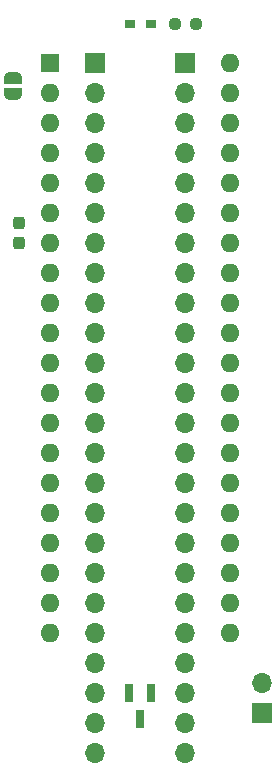
<source format=gbr>
G04 #@! TF.GenerationSoftware,KiCad,Pcbnew,8.0.4+dfsg-1*
G04 #@! TF.CreationDate,2025-02-23T14:36:14+09:00*
G04 #@! TF.ProjectId,bionic-mc6801,62696f6e-6963-42d6-9d63-363830312e6b,6*
G04 #@! TF.SameCoordinates,Original*
G04 #@! TF.FileFunction,Soldermask,Top*
G04 #@! TF.FilePolarity,Negative*
%FSLAX46Y46*%
G04 Gerber Fmt 4.6, Leading zero omitted, Abs format (unit mm)*
G04 Created by KiCad (PCBNEW 8.0.4+dfsg-1) date 2025-02-23 14:36:14*
%MOMM*%
%LPD*%
G01*
G04 APERTURE LIST*
G04 Aperture macros list*
%AMRoundRect*
0 Rectangle with rounded corners*
0 $1 Rounding radius*
0 $2 $3 $4 $5 $6 $7 $8 $9 X,Y pos of 4 corners*
0 Add a 4 corners polygon primitive as box body*
4,1,4,$2,$3,$4,$5,$6,$7,$8,$9,$2,$3,0*
0 Add four circle primitives for the rounded corners*
1,1,$1+$1,$2,$3*
1,1,$1+$1,$4,$5*
1,1,$1+$1,$6,$7*
1,1,$1+$1,$8,$9*
0 Add four rect primitives between the rounded corners*
20,1,$1+$1,$2,$3,$4,$5,0*
20,1,$1+$1,$4,$5,$6,$7,0*
20,1,$1+$1,$6,$7,$8,$9,0*
20,1,$1+$1,$8,$9,$2,$3,0*%
%AMFreePoly0*
4,1,19,0.500000,-0.750000,0.000000,-0.750000,0.000000,-0.744911,-0.071157,-0.744911,-0.207708,-0.704816,-0.327430,-0.627875,-0.420627,-0.520320,-0.479746,-0.390866,-0.500000,-0.250000,-0.500000,0.250000,-0.479746,0.390866,-0.420627,0.520320,-0.327430,0.627875,-0.207708,0.704816,-0.071157,0.744911,0.000000,0.744911,0.000000,0.750000,0.500000,0.750000,0.500000,-0.750000,0.500000,-0.750000,
$1*%
%AMFreePoly1*
4,1,19,0.000000,0.744911,0.071157,0.744911,0.207708,0.704816,0.327430,0.627875,0.420627,0.520320,0.479746,0.390866,0.500000,0.250000,0.500000,-0.250000,0.479746,-0.390866,0.420627,-0.520320,0.327430,-0.627875,0.207708,-0.704816,0.071157,-0.744911,0.000000,-0.744911,0.000000,-0.750000,-0.500000,-0.750000,-0.500000,0.750000,0.000000,0.750000,0.000000,0.744911,0.000000,0.744911,
$1*%
G04 Aperture macros list end*
%ADD10R,0.660400X1.625600*%
%ADD11R,1.600000X1.600000*%
%ADD12O,1.600000X1.600000*%
%ADD13FreePoly0,270.000000*%
%ADD14FreePoly1,270.000000*%
%ADD15O,1.700000X1.700000*%
%ADD16R,1.700000X1.700000*%
%ADD17R,0.965200X0.762000*%
%ADD18RoundRect,0.237500X-0.250000X-0.237500X0.250000X-0.237500X0.250000X0.237500X-0.250000X0.237500X0*%
%ADD19RoundRect,0.237500X0.237500X-0.300000X0.237500X0.300000X-0.237500X0.300000X-0.237500X-0.300000X0*%
G04 APERTURE END LIST*
D10*
X114650001Y-128420800D03*
X112749999Y-128420800D03*
X113700000Y-130552800D03*
D11*
X106080000Y-75080000D03*
D12*
X106080000Y-77620000D03*
X106080000Y-80160000D03*
X106080000Y-82700000D03*
X106080000Y-85240000D03*
X106080000Y-87780000D03*
X106080000Y-90320000D03*
X106080000Y-92860000D03*
X106080000Y-95400000D03*
X106080000Y-97940000D03*
X106080000Y-100480000D03*
X106080000Y-103020000D03*
X106080000Y-105560000D03*
X106080000Y-108100000D03*
X106080000Y-110640000D03*
X106080000Y-113180000D03*
X106080000Y-115720000D03*
X106080000Y-118260000D03*
X106080000Y-120800000D03*
X106080000Y-123340000D03*
X121320000Y-123340000D03*
X121320000Y-120800000D03*
X121320000Y-118260000D03*
X121320000Y-115720000D03*
X121320000Y-113180000D03*
X121320000Y-110640000D03*
X121320000Y-108100000D03*
X121320000Y-105560000D03*
X121320000Y-103020000D03*
X121320000Y-100480000D03*
X121320000Y-97940000D03*
X121320000Y-95400000D03*
X121320000Y-92860000D03*
X121320000Y-90320000D03*
X121320000Y-87780000D03*
X121320000Y-85240000D03*
X121320000Y-82700000D03*
X121320000Y-80160000D03*
X121320000Y-77620000D03*
X121320000Y-75080000D03*
D13*
X102905000Y-76350000D03*
D14*
X102905000Y-77650000D03*
D15*
X117510000Y-133500000D03*
X117510000Y-130960000D03*
X117510000Y-128420000D03*
X117510000Y-125880000D03*
X117510000Y-123340000D03*
X117510000Y-120800000D03*
X117510000Y-118260000D03*
X117510000Y-115720000D03*
X117510000Y-113180000D03*
X117510000Y-110640000D03*
X117510000Y-108100000D03*
X117510000Y-105560000D03*
X117510000Y-103020000D03*
X117510000Y-100480000D03*
X117510000Y-97940000D03*
X117510000Y-95400000D03*
X117510000Y-92860000D03*
X117510000Y-90320000D03*
X117510000Y-87780000D03*
X117510000Y-85240000D03*
X117510000Y-82700000D03*
X117510000Y-80160000D03*
X117510000Y-77620000D03*
D16*
X117510000Y-75080000D03*
X109890000Y-75080000D03*
D15*
X109890000Y-77620000D03*
X109890000Y-80160000D03*
X109890000Y-82700000D03*
X109890000Y-85240000D03*
X109890000Y-87780000D03*
X109890000Y-90320000D03*
X109890000Y-92860000D03*
X109890000Y-95400000D03*
X109890000Y-97940000D03*
X109890000Y-100480000D03*
X109890000Y-103020000D03*
X109890000Y-105560000D03*
X109890000Y-108100000D03*
X109890000Y-110640000D03*
X109890000Y-113180000D03*
X109890000Y-115720000D03*
X109890000Y-118260000D03*
X109890000Y-120800000D03*
X109890000Y-123340000D03*
X109890000Y-125880000D03*
X109890000Y-128420000D03*
X109890000Y-130960000D03*
X109890000Y-133500000D03*
D17*
X114608050Y-71778000D03*
X112855450Y-71778000D03*
D18*
X116648300Y-71778000D03*
X118473300Y-71778000D03*
D16*
X123987000Y-130071000D03*
D15*
X123987000Y-127531000D03*
D19*
X103438400Y-90320000D03*
X103438400Y-88595000D03*
M02*

</source>
